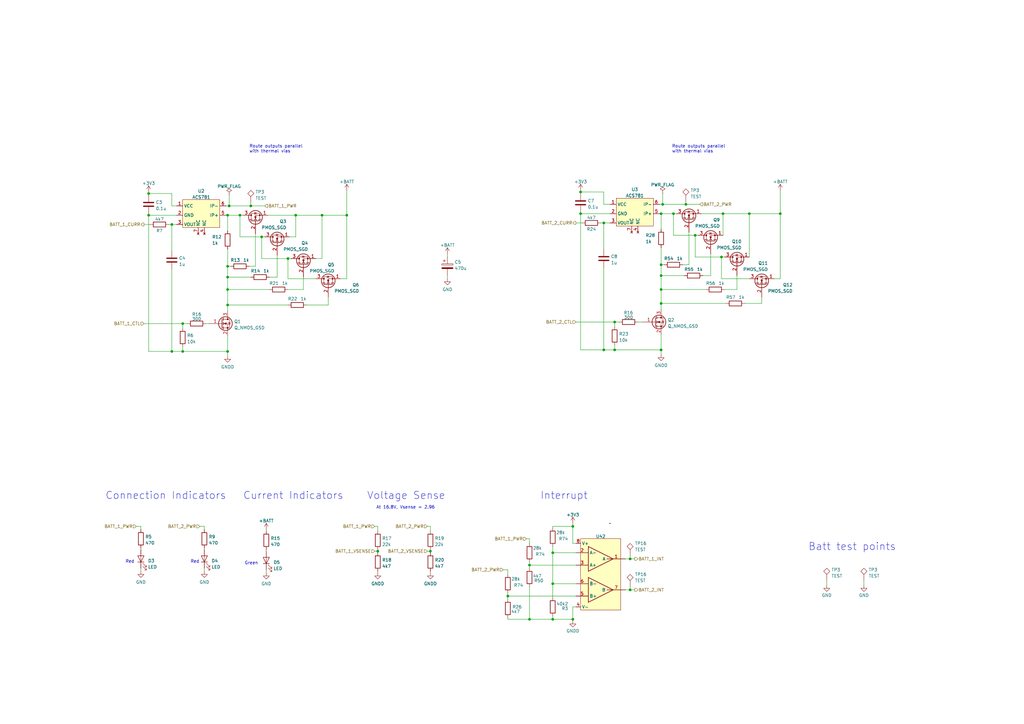
<source format=kicad_sch>
(kicad_sch (version 20230121) (generator eeschema)
  (paper "A3")
  (lib_symbols
    (symbol "0.power-symbols:+3.3V" (power) (pin_names (offset 0))
      (property "Value" "+3.3V" (at 0 3.556 0))
      (symbol "+3.3V_0_1"
        (polyline (pts (xy -0.762 1.27) (xy 0 2.54)))
        (polyline (pts (xy 0 0) (xy 0 2.54)))
        (polyline (pts (xy 0 2.54) (xy 0.762 1.27)))
      )
      (symbol "+3.3V_1_1"
        (pin power_in line (at 0 0 90) (length 0) hide (name "+3V3") (number "1"))
      )
    )
    (symbol "0.power-symbols:+BATT" (power) (pin_names (offset 0))
      (property "Value" "+BATT" (at 0 3.556 0))
      (symbol "+BATT_0_1"
        (polyline (pts (xy -0.762 1.27) (xy 0 2.54)))
        (polyline (pts (xy 0 0) (xy 0 2.54)))
        (polyline (pts (xy 0 2.54) (xy 0.762 1.27)))
      )
      (symbol "+BATT_1_1"
        (pin power_in line (at 0 0 90) (length 0) hide (name "+BATT") (number "1"))
      )
    )
    (symbol "0.power-symbols:GND" (power) (pin_names (offset 0))
      (property "Value" "GND" (at 0 -3.81 0))
      (symbol "GND_0_1"
        (polyline (pts (xy 0 0) (xy 0 -1.27) (xy 1.27 -1.27) (xy 0 -2.54) (xy -1.27 -1.27) (xy 0 -1.27)))
      )
      (symbol "GND_1_1"
        (pin power_in line (at 0 0 270) (length 0) hide (name "GND") (number "1"))
      )
    )
    (symbol "0.power-symbols:GNDD" (power) (pin_names (offset 0))
      (property "Value" "GNDD" (at 0 -3.81 0))
      (symbol "GNDD_0_1"
        (polyline (pts (xy 0 0) (xy 0 -1.27) (xy 1.27 -1.27) (xy 0 -2.54) (xy -1.27 -1.27) (xy 0 -1.27)))
      )
      (symbol "GNDD_1_1"
        (pin power_in line (at 0 0 270) (length 0) hide (name "GNDD") (number "1"))
      )
    )
    (symbol "0.power-symbols:PWR_FLAG" (power) (pin_numbers hide) (pin_names (offset 0) hide)
      (property "Value" "PWR_FLAG" (at 0 3.81 0))
      (symbol "PWR_FLAG_0_0"
        (pin power_out line (at 0 0 90) (length 0) (name "pwr") (number "1"))
      )
      (symbol "PWR_FLAG_0_1"
        (polyline (pts (xy 0 0) (xy 0 1.27) (xy -1.016 1.905) (xy 0 2.54) (xy 1.016 1.905) (xy 0 1.27)))
      )
    )
    (symbol "1.semi.discrete:Q_NMOS_GSD" (pin_names (offset 0) hide)
      (property "Reference" "Q" (at 5.08 1.27 0))
      (property "Value" "Q_NMOS_GSD" (at 5.08 -1.27 0))
      (symbol "Q_NMOS_GSD_0_1"
        (polyline (pts (xy 0.0508 0) (xy 0.254 0)))
        (polyline (pts (xy 0.762 -1.778) (xy 2.54 -1.778)))
        (polyline (pts (xy 0.762 -1.27) (xy 0.762 -2.286)) (stroke (width 0.254)))
        (polyline (pts (xy 0.762 0) (xy 2.54 0)))
        (polyline (pts (xy 0.762 0.508) (xy 0.762 -0.508)) (stroke (width 0.254)))
        (polyline (pts (xy 0.762 1.778) (xy 2.54 1.778)))
        (polyline (pts (xy 0.762 2.286) (xy 0.762 1.27)) (stroke (width 0.254)))
        (polyline (pts (xy 2.54 -1.778) (xy 2.54 -2.54)))
        (polyline (pts (xy 2.54 -1.778) (xy 2.54 0)))
        (polyline (pts (xy 2.54 2.54) (xy 2.54 1.778)))
        (polyline (pts (xy 0.254 1.905) (xy 0.254 -1.905) (xy 0.254 -1.905)) (stroke (width 0.254)))
        (polyline (pts (xy 1.016 0) (xy 2.032 0.381) (xy 2.032 -0.381) (xy 1.016 0)) (fill (type outline)))
        (polyline (pts (xy 2.54 -1.778) (xy 3.302 -1.778) (xy 3.302 1.778) (xy 2.54 1.778)))
        (polyline (pts (xy 2.794 0.508) (xy 2.921 0.381) (xy 3.683 0.381) (xy 3.81 0.254)))
        (polyline (pts (xy 3.302 0.381) (xy 2.921 -0.254) (xy 3.683 -0.254) (xy 3.302 0.381)))
        (circle (center 1.651 0) (radius 2.8194) (stroke (width 0.254)))
        (circle (center 2.54 -1.778) (radius 0.2794) (fill (type outline)))
        (circle (center 2.54 1.778) (radius 0.2794) (fill (type outline)))
      )
      (symbol "Q_NMOS_GSD_1_1"
        (pin input line (at -5.08 0 0) (length 5.08) (name "G") (number "1"))
        (pin passive line (at 2.54 -5.08 90) (length 2.54) (name "S") (number "2"))
        (pin passive line (at 2.54 5.08 270) (length 2.54) (name "D") (number "3"))
      )
    )
    (symbol "1.semi.discrete:Q_NMOS_SGD" (pin_names (offset 0) hide)
      (property "Reference" "Q" (at 5.08 1.27 0))
      (property "Value" "Q_NMOS_SGD" (at 5.08 -1.27 0))
      (symbol "Q_NMOS_SGD_0_1"
        (polyline (pts (xy 0.0508 0) (xy 0.254 0)))
        (polyline (pts (xy 0.762 -1.778) (xy 2.54 -1.778)))
        (polyline (pts (xy 0.762 -1.27) (xy 0.762 -2.286)) (stroke (width 0.254)))
        (polyline (pts (xy 0.762 0) (xy 2.54 0)))
        (polyline (pts (xy 0.762 0.508) (xy 0.762 -0.508)) (stroke (width 0.254)))
        (polyline (pts (xy 0.762 1.778) (xy 2.54 1.778)))
        (polyline (pts (xy 0.762 2.286) (xy 0.762 1.27)) (stroke (width 0.254)))
        (polyline (pts (xy 2.54 -1.778) (xy 2.54 -2.54)))
        (polyline (pts (xy 2.54 -1.778) (xy 2.54 0)))
        (polyline (pts (xy 2.54 2.54) (xy 2.54 1.778)))
        (polyline (pts (xy 0.254 1.905) (xy 0.254 -1.905) (xy 0.254 -1.905)) (stroke (width 0.254)))
        (polyline (pts (xy 1.016 0) (xy 2.032 0.381) (xy 2.032 -0.381) (xy 1.016 0)) (fill (type outline)))
        (polyline (pts (xy 2.54 -1.778) (xy 3.302 -1.778) (xy 3.302 1.778) (xy 2.54 1.778)))
        (polyline (pts (xy 2.794 0.508) (xy 2.921 0.381) (xy 3.683 0.381) (xy 3.81 0.254)))
        (polyline (pts (xy 3.302 0.381) (xy 2.921 -0.254) (xy 3.683 -0.254) (xy 3.302 0.381)))
        (circle (center 1.651 0) (radius 2.8194) (stroke (width 0.254)))
        (circle (center 2.54 -1.778) (radius 0.2794) (fill (type outline)))
        (circle (center 2.54 1.778) (radius 0.2794) (fill (type outline)))
      )
      (symbol "Q_NMOS_SGD_1_1"
        (pin passive line (at 2.54 -5.08 90) (length 2.54) (name "S") (number "1"))
        (pin input line (at -5.08 0 0) (length 5.08) (name "G") (number "2"))
        (pin passive line (at 2.54 5.08 270) (length 2.54) (name "D") (number "3"))
      )
    )
    (symbol "1.semi.ic.linear:LM393"
      (property "Reference" "U" (at 0 12.7 0))
      (symbol "LM393_0_1"
        (polyline (pts (xy -8.89 -9.525) (xy 1.27 -14.605) (xy -8.89 -19.685) (xy -8.89 -9.525)) (stroke (width 0.254)) (fill (type background)))
        (polyline (pts (xy -8.89 3.175) (xy 1.27 -1.905) (xy -8.89 -6.985) (xy -8.89 3.175)) (stroke (width 0.254)) (fill (type background)))
      )
      (symbol "LM393_1_1"
        (rectangle (start -12.065 6.35) (end 4.445 -22.86) (fill (type background)))
        (pin output line (at 6.35 -1.905 180) (length 7.64) (name "A") (number "1"))
        (pin input line (at -13.97 0.635 0) (length 5.08) (name "A-") (number "2"))
        (pin input line (at -13.97 -4.445 0) (length 5.08) (name "A+") (number "3"))
        (pin input line (at -13.97 -21.59 0) (length 1.905) (name "V-") (number "4"))
        (pin input line (at -13.97 -17.145 0) (length 5.08) (name "B+") (number "5"))
        (pin input line (at -13.97 -12.065 0) (length 5.08) (name "B-") (number "6"))
        (pin output line (at 6.35 -14.605 180) (length 7.64) (name "B") (number "7"))
        (pin input line (at -13.97 4.445 0) (length 1.905) (name "V+") (number "8"))
      )
    )
    (symbol "1.semi.opto:LED" (pin_numbers hide) (pin_names (offset 1.016) hide)
      (property "Reference" "D" (at 0 2.54 0))
      (property "Value" "LED" (at 0 -2.54 0))
      (symbol "LED_0_1"
        (polyline (pts (xy -1.27 -1.27) (xy -1.27 1.27)) (stroke (width 0.2032)))
        (polyline (pts (xy -1.27 0) (xy 1.27 0)))
        (polyline (pts (xy 1.27 -1.27) (xy 1.27 1.27) (xy -1.27 0) (xy 1.27 -1.27)) (stroke (width 0.2032)))
        (polyline (pts (xy -3.048 -0.762) (xy -4.572 -2.286) (xy -3.81 -2.286) (xy -4.572 -2.286) (xy -4.572 -1.524)))
        (polyline (pts (xy -1.778 -0.762) (xy -3.302 -2.286) (xy -2.54 -2.286) (xy -3.302 -2.286) (xy -3.302 -1.524)))
      )
      (symbol "LED_1_1"
        (pin passive line (at -3.81 0 0) (length 2.54) (name "K") (number "1"))
        (pin passive line (at 3.81 0 180) (length 2.54) (name "A") (number "2"))
      )
    )
    (symbol "2.passive:C" (pin_numbers hide) (pin_names (offset 0.254))
      (property "Reference" "C" (at 0.635 2.54 0))
      (property "Value" "C" (at 0.635 -2.54 0))
      (symbol "C_0_1"
        (polyline (pts (xy -2.032 -0.762) (xy 2.032 -0.762)) (stroke (width 0.508)))
        (polyline (pts (xy -2.032 0.762) (xy 2.032 0.762)) (stroke (width 0.508)))
      )
      (symbol "C_1_1"
        (pin passive line (at 0 3.81 270) (length 2.794) (name "~") (number "1"))
        (pin passive line (at 0 -3.81 90) (length 2.794) (name "~") (number "2"))
      )
    )
    (symbol "2.passive:CP" (pin_numbers hide) (pin_names (offset 0.254))
      (property "Reference" "C" (at 0.635 2.54 0))
      (property "Value" "CP" (at 0.635 -2.54 0))
      (symbol "CP_0_1"
        (rectangle (start -2.286 0.508) (end 2.286 1.016))
        (polyline (pts (xy -1.778 2.286) (xy -0.762 2.286)))
        (polyline (pts (xy -1.27 2.794) (xy -1.27 1.778)))
        (rectangle (start 2.286 -0.508) (end -2.286 -1.016) (fill (type outline)))
      )
      (symbol "CP_1_1"
        (pin passive line (at 0 3.81 270) (length 2.794) (name "~") (number "1"))
        (pin passive line (at 0 -3.81 90) (length 2.794) (name "~") (number "2"))
      )
    )
    (symbol "2.passive:R" (pin_numbers hide) (pin_names (offset 0))
      (property "Reference" "R" (at 2.032 0 90))
      (property "Value" "R" (at 0 0 90))
      (symbol "R_0_1"
        (rectangle (start -1.016 -2.54) (end 1.016 2.54) (stroke (width 0.254)))
      )
      (symbol "R_1_1"
        (pin passive line (at 0 3.81 270) (length 1.27) (name "~") (number "1"))
        (pin passive line (at 0 -3.81 90) (length 1.27) (name "~") (number "2"))
      )
    )
    (symbol "5.connector.interconnect:TEST" (pin_numbers hide) (pin_names (offset 1.016) hide)
      (property "Reference" "TP" (at 0 7.62 0))
      (property "Value" "TEST" (at 0 6.35 0))
      (symbol "TEST_0_1"
        (polyline (pts (xy 0 5.08) (xy -1.27 3.81) (xy 0 2.54) (xy 1.27 3.81) (xy 0 5.08) (xy 0 5.08)))
      )
      (symbol "TEST_1_1"
        (pin passive line (at 0 0 90) (length 2.54) (name "~") (number "1"))
      )
    )
    (symbol "ACS781_1"
      (property "Reference" "U" (at 0 3.81 0))
      (property "Value" "ACS781_1" (at 0 1.27 0))
      (symbol "ACS781_1_0_1"
        (rectangle (start -7.62 0) (end 7.62 -11.43) (fill (type background)))
      )
      (symbol "ACS781_1_1_1"
        (pin power_in line (at -10.16 -2.54 0) (length 2.54) (name "VCC") (number "1"))
        (pin power_in line (at -10.16 -6.35 0) (length 2.54) (name "GND") (number "2"))
        (pin passive line (at -10.16 -10.16 0) (length 2.54) (name "VOUT") (number "3"))
        (pin no_connect line (at 1.27 -13.97 90) (length 2.54) (name "NC") (number "4"))
        (pin power_out line (at 10.16 -6.35 180) (length 2.54) (name "IP+") (number "5"))
        (pin power_in line (at 10.16 -2.54 180) (length 2.54) (name "IP-") (number "6"))
        (pin no_connect line (at -1.27 -13.97 90) (length 2.54) (name "NC") (number "7"))
      )
    )
  )
  (junction (at 121.285 88.265))
  (junction (at 307.34 87.63))
  (junction (at 217.17 231.775))
  (junction (at 238.125 78.74))
  (junction (at 60.96 79.375))
  (junction (at 296.545 87.63))
  (junction (at 271.145 87.63))
  (junction (at 320.04 87.63))
  (junction (at 60.96 88.265))
  (junction (at 70.485 144.145))
  (junction (at 107.315 97.155))
  (junction (at 176.53 226.06))
  (junction (at 271.145 108.585))
  (junction (at 252.095 132.08))
  (junction (at 208.28 244.475))
  (junction (at 226.695 226.695))
  (junction (at 93.345 113.665))
  (junction (at 132.08 88.265))
  (junction (at 247.65 91.44))
  (junction (at 98.425 88.265))
  (junction (at 93.345 118.745))
  (junction (at 271.145 124.46))
  (junction (at 118.11 106.045))
  (junction (at 226.695 254))
  (junction (at 217.17 254))
  (junction (at 271.145 113.03))
  (junction (at 154.94 226.06))
  (junction (at 234.95 254))
  (junction (at 258.445 241.935))
  (junction (at 93.345 109.22))
  (junction (at 271.145 143.51))
  (junction (at 93.345 88.265))
  (junction (at 276.225 87.63))
  (junction (at 258.445 229.235))
  (junction (at 252.095 143.51))
  (junction (at 247.65 143.51))
  (junction (at 70.485 92.075))
  (junction (at 93.98 84.455))
  (junction (at 295.91 105.41))
  (junction (at 74.93 144.145))
  (junction (at 226.695 239.395))
  (junction (at 285.115 96.52))
  (junction (at 234.95 215.9))
  (junction (at 93.345 125.095))
  (junction (at 74.93 132.715))
  (junction (at 102.87 84.455))
  (junction (at 142.24 88.265))
  (junction (at 271.78 83.82))
  (junction (at 93.345 144.145))
  (junction (at 271.145 118.745))
  (junction (at 281.305 83.82))
  (junction (at 238.125 87.63))
  (wire (pts (xy 176.53 225.425) (xy 176.53 226.06)))
  (wire (pts (xy 226.695 224.155) (xy 226.695 226.695)))
  (wire (pts (xy 93.345 102.235) (xy 93.345 109.22)))
  (wire (pts (xy 247.65 78.74) (xy 238.125 78.74)))
  (wire (pts (xy 282.575 108.585) (xy 282.575 95.25)))
  (wire (pts (xy 226.695 254) (xy 234.95 254)))
  (wire (pts (xy 92.71 84.455) (xy 93.98 84.455)))
  (wire (pts (xy 124.46 113.665) (xy 124.46 118.745)))
  (wire (pts (xy 93.345 144.145) (xy 93.345 146.05)))
  (wire (pts (xy 57.785 224.79) (xy 57.785 225.425)))
  (wire (pts (xy 226.695 226.695) (xy 236.22 226.695)))
  (wire (pts (xy 107.315 97.155) (xy 108.585 97.155)))
  (wire (pts (xy 280.035 108.585) (xy 282.575 108.585)))
  (wire (pts (xy 258.445 241.935) (xy 260.35 241.935)))
  (wire (pts (xy 132.08 88.265) (xy 142.24 88.265)))
  (wire (pts (xy 92.71 88.265) (xy 93.345 88.265)))
  (wire (pts (xy 236.22 132.08) (xy 252.095 132.08)))
  (wire (pts (xy 226.695 252.73) (xy 226.695 254)))
  (wire (pts (xy 60.96 79.375) (xy 60.96 80.01)))
  (wire (pts (xy 258.445 240.665) (xy 258.445 241.935)))
  (wire (pts (xy 236.22 222.885) (xy 234.95 222.885)))
  (wire (pts (xy 256.54 241.935) (xy 258.445 241.935)))
  (wire (pts (xy 217.17 231.775) (xy 217.17 233.045)))
  (wire (pts (xy 307.34 87.63) (xy 320.04 87.63)))
  (wire (pts (xy 60.96 87.63) (xy 60.96 88.265)))
  (wire (pts (xy 57.785 215.9) (xy 55.88 215.9)))
  (wire (pts (xy 93.345 118.745) (xy 110.49 118.745)))
  (wire (pts (xy 109.22 225.425) (xy 109.22 226.06)))
  (wire (pts (xy 234.95 248.92) (xy 234.95 254)))
  (wire (pts (xy 271.145 87.63) (xy 271.145 93.98)))
  (wire (pts (xy 296.545 87.63) (xy 307.34 87.63)))
  (wire (pts (xy 234.95 254.635) (xy 234.95 254)))
  (wire (pts (xy 247.65 91.44) (xy 247.65 102.235)))
  (wire (pts (xy 154.94 225.425) (xy 154.94 226.06)))
  (wire (pts (xy 183.515 113.03) (xy 183.515 114.3)))
  (wire (pts (xy 70.485 110.49) (xy 70.485 144.145)))
  (wire (pts (xy 261.62 132.08) (xy 263.525 132.08)))
  (wire (pts (xy 271.145 113.03) (xy 271.145 118.745)))
  (wire (pts (xy 142.24 114.3) (xy 142.24 88.265)))
  (wire (pts (xy 57.785 233.045) (xy 57.785 234.315)))
  (wire (pts (xy 238.125 87.63) (xy 250.19 87.63)))
  (wire (pts (xy 70.485 79.375) (xy 70.485 84.455)))
  (wire (pts (xy 70.485 79.375) (xy 60.96 79.375)))
  (wire (pts (xy 118.11 106.045) (xy 107.315 106.045)))
  (wire (pts (xy 208.28 254) (xy 217.17 254)))
  (wire (pts (xy 271.145 124.46) (xy 297.815 124.46)))
  (wire (pts (xy 107.315 97.155) (xy 98.425 97.155)))
  (wire (pts (xy 281.305 83.82) (xy 287.02 83.82)))
  (wire (pts (xy 252.095 141.605) (xy 252.095 143.51)))
  (wire (pts (xy 226.695 226.695) (xy 226.695 239.395)))
  (wire (pts (xy 183.515 104.14) (xy 183.515 105.41)))
  (wire (pts (xy 102.235 109.22) (xy 104.775 109.22)))
  (wire (pts (xy 139.7 114.3) (xy 142.24 114.3)))
  (wire (pts (xy 312.42 124.46) (xy 305.435 124.46)))
  (wire (pts (xy 142.24 78.105) (xy 142.24 88.265)))
  (wire (pts (xy 297.18 105.41) (xy 295.91 105.41)))
  (wire (pts (xy 271.145 108.585) (xy 271.145 113.03)))
  (wire (pts (xy 215.9 220.98) (xy 217.17 220.98)))
  (wire (pts (xy 119.38 106.045) (xy 118.11 106.045)))
  (wire (pts (xy 302.26 113.03) (xy 302.26 118.745)))
  (wire (pts (xy 295.91 114.3) (xy 307.34 114.3)))
  (wire (pts (xy 98.425 88.265) (xy 99.695 88.265)))
  (wire (pts (xy 176.53 226.06) (xy 176.53 226.695)))
  (wire (pts (xy 252.095 132.08) (xy 254 132.08)))
  (wire (pts (xy 74.93 132.715) (xy 74.93 134.62)))
  (wire (pts (xy 132.08 88.265) (xy 132.08 106.045)))
  (wire (pts (xy 93.345 88.265) (xy 98.425 88.265)))
  (wire (pts (xy 60.96 88.265) (xy 60.96 144.145)))
  (wire (pts (xy 285.115 96.52) (xy 276.225 96.52)))
  (wire (pts (xy 271.145 108.585) (xy 272.415 108.585)))
  (wire (pts (xy 271.145 137.16) (xy 271.145 143.51)))
  (wire (pts (xy 83.82 215.9) (xy 81.915 215.9)))
  (wire (pts (xy 98.425 97.155) (xy 98.425 88.265)))
  (wire (pts (xy 109.22 233.68) (xy 109.22 234.95)))
  (wire (pts (xy 107.315 106.045) (xy 107.315 97.155)))
  (wire (pts (xy 271.145 101.6) (xy 271.145 108.585)))
  (wire (pts (xy 281.305 82.55) (xy 281.305 83.82)))
  (wire (pts (xy 121.285 88.265) (xy 132.08 88.265)))
  (wire (pts (xy 113.665 113.665) (xy 110.49 113.665)))
  (wire (pts (xy 217.17 230.505) (xy 217.17 231.775)))
  (wire (pts (xy 93.345 125.095) (xy 118.11 125.095)))
  (wire (pts (xy 295.91 105.41) (xy 285.115 105.41)))
  (wire (pts (xy 291.465 113.03) (xy 288.29 113.03)))
  (wire (pts (xy 60.96 88.265) (xy 72.39 88.265)))
  (wire (pts (xy 234.95 248.92) (xy 236.22 248.92)))
  (wire (pts (xy 60.96 78.74) (xy 60.96 79.375)))
  (wire (pts (xy 271.145 87.63) (xy 276.225 87.63)))
  (wire (pts (xy 271.145 118.745) (xy 271.145 124.46)))
  (wire (pts (xy 307.34 87.63) (xy 307.34 105.41)))
  (wire (pts (xy 176.53 215.9) (xy 176.53 217.805)))
  (wire (pts (xy 93.98 80.01) (xy 93.98 84.455)))
  (wire (pts (xy 252.095 143.51) (xy 271.145 143.51)))
  (wire (pts (xy 102.87 84.455) (xy 108.585 84.455)))
  (wire (pts (xy 258.445 227.965) (xy 258.445 229.235)))
  (wire (pts (xy 208.28 254) (xy 208.28 253.365)))
  (wire (pts (xy 271.78 83.82) (xy 281.305 83.82)))
  (wire (pts (xy 234.95 215.9) (xy 234.95 222.885)))
  (wire (pts (xy 132.08 106.045) (xy 129.54 106.045)))
  (wire (pts (xy 134.62 121.92) (xy 134.62 125.095)))
  (wire (pts (xy 252.095 132.08) (xy 252.095 133.985)))
  (wire (pts (xy 118.11 114.3) (xy 129.54 114.3)))
  (wire (pts (xy 217.17 254) (xy 226.695 254)))
  (wire (pts (xy 102.87 83.185) (xy 102.87 84.455)))
  (wire (pts (xy 270.51 83.82) (xy 271.78 83.82)))
  (wire (pts (xy 121.285 88.265) (xy 121.285 97.155)))
  (wire (pts (xy 93.345 113.665) (xy 93.345 118.745)))
  (wire (pts (xy 271.78 79.375) (xy 271.78 83.82)))
  (wire (pts (xy 247.65 78.74) (xy 247.65 83.82)))
  (wire (pts (xy 291.465 104.14) (xy 291.465 113.03)))
  (wire (pts (xy 247.65 83.82) (xy 250.19 83.82)))
  (wire (pts (xy 154.94 215.9) (xy 154.94 217.805)))
  (wire (pts (xy 339.09 238.125) (xy 339.09 240.03)))
  (wire (pts (xy 118.11 114.3) (xy 118.11 106.045)))
  (wire (pts (xy 93.345 109.22) (xy 94.615 109.22)))
  (wire (pts (xy 74.93 132.715) (xy 76.835 132.715)))
  (wire (pts (xy 217.17 220.98) (xy 217.17 222.885)))
  (wire (pts (xy 125.73 125.095) (xy 134.62 125.095)))
  (wire (pts (xy 176.53 234.315) (xy 176.53 234.95)))
  (wire (pts (xy 154.94 234.315) (xy 154.94 234.95)))
  (wire (pts (xy 153.67 226.06) (xy 154.94 226.06)))
  (wire (pts (xy 217.17 231.775) (xy 236.22 231.775)))
  (wire (pts (xy 121.285 97.155) (xy 118.745 97.155)))
  (wire (pts (xy 83.82 217.17) (xy 83.82 215.9)))
  (wire (pts (xy 93.345 113.665) (xy 102.87 113.665)))
  (wire (pts (xy 317.5 114.3) (xy 320.04 114.3)))
  (wire (pts (xy 276.225 96.52) (xy 276.225 87.63)))
  (wire (pts (xy 118.11 118.745) (xy 124.46 118.745)))
  (wire (pts (xy 270.51 87.63) (xy 271.145 87.63)))
  (wire (pts (xy 258.445 229.235) (xy 260.35 229.235)))
  (wire (pts (xy 226.695 215.9) (xy 234.95 215.9)))
  (wire (pts (xy 234.95 215.9) (xy 234.95 214.63)))
  (wire (pts (xy 238.125 78.74) (xy 238.125 79.375)))
  (wire (pts (xy 59.055 132.715) (xy 74.93 132.715)))
  (wire (pts (xy 154.94 226.06) (xy 154.94 226.695)))
  (wire (pts (xy 238.125 87.63) (xy 238.125 143.51)))
  (wire (pts (xy 271.145 143.51) (xy 271.145 145.415)))
  (wire (pts (xy 70.485 92.075) (xy 72.39 92.075)))
  (wire (pts (xy 74.93 144.145) (xy 93.345 144.145)))
  (wire (pts (xy 57.785 217.17) (xy 57.785 215.9)))
  (wire (pts (xy 93.345 125.095) (xy 93.345 127.635)))
  (wire (pts (xy 238.125 143.51) (xy 247.65 143.51)))
  (wire (pts (xy 271.145 124.46) (xy 271.145 127)))
  (wire (pts (xy 109.22 217.805) (xy 109.22 217.17)))
  (wire (pts (xy 238.125 86.995) (xy 238.125 87.63)))
  (wire (pts (xy 226.695 239.395) (xy 226.695 245.11)))
  (wire (pts (xy 276.225 87.63) (xy 277.495 87.63)))
  (wire (pts (xy 70.485 92.075) (xy 70.485 102.87)))
  (wire (pts (xy 59.055 92.075) (xy 61.595 92.075)))
  (wire (pts (xy 285.115 105.41) (xy 285.115 96.52)))
  (wire (pts (xy 208.28 243.205) (xy 208.28 244.475)))
  (wire (pts (xy 176.53 215.9) (xy 175.26 215.9)))
  (wire (pts (xy 109.855 88.265) (xy 121.285 88.265)))
  (wire (pts (xy 83.82 224.79) (xy 83.82 225.425)))
  (wire (pts (xy 93.345 109.22) (xy 93.345 113.665)))
  (wire (pts (xy 295.91 114.3) (xy 295.91 105.41)))
  (wire (pts (xy 238.125 78.105) (xy 238.125 78.74)))
  (wire (pts (xy 208.28 244.475) (xy 208.28 245.745)))
  (wire (pts (xy 297.18 118.745) (xy 302.26 118.745)))
  (wire (pts (xy 247.65 91.44) (xy 250.19 91.44)))
  (wire (pts (xy 74.93 142.24) (xy 74.93 144.145)))
  (wire (pts (xy 252.095 143.51) (xy 247.65 143.51)))
  (wire (pts (xy 226.695 215.9) (xy 226.695 216.535)))
  (wire (pts (xy 93.98 84.455) (xy 102.87 84.455)))
  (wire (pts (xy 271.145 118.745) (xy 289.56 118.745)))
  (wire (pts (xy 320.04 78.105) (xy 320.04 87.63)))
  (wire (pts (xy 271.145 113.03) (xy 280.67 113.03)))
  (wire (pts (xy 154.94 215.9) (xy 153.67 215.9)))
  (wire (pts (xy 93.345 137.795) (xy 93.345 144.145)))
  (wire (pts (xy 60.96 144.145) (xy 70.485 144.145)))
  (wire (pts (xy 104.775 109.22) (xy 104.775 95.885)))
  (wire (pts (xy 93.345 88.265) (xy 93.345 94.615)))
  (wire (pts (xy 113.665 104.775) (xy 113.665 113.665)))
  (wire (pts (xy 84.455 132.715) (xy 85.725 132.715)))
  (wire (pts (xy 320.04 114.3) (xy 320.04 87.63)))
  (wire (pts (xy 206.375 233.68) (xy 208.28 233.68)))
  (wire (pts (xy 296.545 87.63) (xy 296.545 96.52)))
  (wire (pts (xy 208.28 244.475) (xy 236.22 244.475)))
  (wire (pts (xy 312.42 121.92) (xy 312.42 124.46)))
  (wire (pts (xy 287.655 87.63) (xy 296.545 87.63)))
  (wire (pts (xy 70.485 144.145) (xy 74.93 144.145)))
  (wire (pts (xy 285.115 96.52) (xy 286.385 96.52)))
  (wire (pts (xy 83.82 233.045) (xy 83.82 234.315)))
  (wire (pts (xy 93.345 118.745) (xy 93.345 125.095)))
  (wire (pts (xy 69.215 92.075) (xy 70.485 92.075)))
  (wire (pts (xy 175.26 226.06) (xy 176.53 226.06)))
  (wire (pts (xy 256.54 229.235) (xy 258.445 229.235)))
  (wire (pts (xy 354.33 238.125) (xy 354.33 240.03)))
  (wire (pts (xy 208.28 233.68) (xy 208.28 235.585)))
  (wire (pts (xy 236.22 91.44) (xy 238.76 91.44)))
  (wire (pts (xy 246.38 91.44) (xy 247.65 91.44)))
  (wire (pts (xy 217.17 240.665) (xy 217.17 254)))
  (wire (pts (xy 247.65 109.855) (xy 247.65 143.51)))
  (wire (pts (xy 70.485 84.455) (xy 72.39 84.455)))
  (wire (pts (xy 226.695 239.395) (xy 236.22 239.395)))
  (text "Batt test points" (at 331.47 226.06 0) (effects (font (size 3 3)) (justify left bottom)))
  (text "Connection Indicators\n" (at 43.18 205.105 0) (effects (font (size 3 3)) (justify left bottom)))
  (text "Red" (at 51.435 231.14 0) (effects (font (size 1.27 1.27)) (justify left bottom)))
  (text "Route outputs parallel\nwith thermal vias" (at 275.59 62.865 0) (effects (font (size 1.27 1.27)) (justify left bottom)))
  (text "Voltage Sense" (at 150.495 205.105 0) (effects (font (size 3 3)) (justify left bottom)))
  (text "Green\n" (at 100.33 231.775 0) (effects (font (size 1.27 1.27)) (justify left bottom)))
  (text "Interrupt" (at 221.615 205.105 0) (effects (font (size 3 3)) (justify left bottom)))
  (text "Current Indicators\n" (at 99.695 205.105 0) (effects (font (size 3 3)) (justify left bottom)))
  (text "Red" (at 78.105 231.14 0) (effects (font (size 1.27 1.27)) (justify left bottom)))
  (text "Route outputs parallel\nwith thermal vias" (at 102.235 62.865 0) (effects (font (size 1.27 1.27)) (justify left bottom)))
  (text "At 16.8V, Vsense = 2.96\n" (at 154.305 208.915 0) (effects (font (size 1.27 1.27)) (justify left bottom)))
  (hierarchical_label "BATT_2_PWR" (shape input) (at 175.26 215.9 180))
  (hierarchical_label "BATT_2_VSENSE" (shape input) (at 175.26 226.06 180))
  (hierarchical_label "BATT_2_CURR" (shape output) (at 236.22 91.44 180))
  (hierarchical_label "BATT_2_CTL" (shape input) (at 236.22 132.08 180))
  (hierarchical_label "BATT_1_INT" (shape output) (at 260.35 229.235 0))
  (hierarchical_label "BATT_1_VSENSE" (shape input) (at 153.67 226.06 180))
  (hierarchical_label "BATT_1_PWR" (shape input) (at 153.67 215.9 180))
  (hierarchical_label "BATT_2_PWR" (shape input) (at 81.915 215.9 180))
  (hierarchical_label "BATT_1_CURR" (shape output) (at 59.055 92.075 180))
  (hierarchical_label "BATT_1_PWR" (shape input) (at 215.9 220.98 180))
  (hierarchical_label "BATT_1_CTL" (shape input) (at 59.055 132.715 180))
  (hierarchical_label "BATT_2_INT" (shape output) (at 260.35 241.935 0))
  (hierarchical_label "BATT_2_PWR" (shape input) (at 287.02 83.82 0))
  (hierarchical_label "BATT_2_PWR" (shape input) (at 206.375 233.68 180))
  (hierarchical_label "BATT_1_PWR" (shape input) (at 55.88 215.9 180))
  (hierarchical_label "BATT_1_PWR" (shape input) (at 108.585 84.455 0))
  (symbol (lib_id "2.passive:R") (at 176.53 230.505 0) (unit 1)
    (property "Reference" "R20" (at 178.308 229.6703 0) (effects (justify left)))
    (property "Value" "4k7" (at 178.308 232.2072 0) (effects (justify left)))
    (property "Footprint" "2_Passives_Resistors_SMD_IPC:R_1608_603_B" (effects hide))
    (property "PN" "1,6" (effects hide))
  )
  (symbol (lib_id "0.power-symbols:GND") (at 354.33 240.03 0) (unit 1)
    (property "Reference" "#PWR087" (effects hide))
    (property "Value" "GND" (at 354.33 244.1655 0))
  )
  (symbol (lib_id "2.passive:R") (at 242.57 91.44 90) (unit 1)
    (property "Reference" "R24" (at 242.57 93.98 90))
    (property "Value" "4k7" (at 242.57 89.2611 90))
    (property "Footprint" "2_Passives_Resistors_SMD_IPC:R_1608_603_B" (effects hide))
    (property "PN" "1,6" (effects hide))
  )
  (symbol (lib_id "1.semi.discrete:Q_NMOS_SGD") (at 291.465 99.06 90) (unit 1)
    (property "Reference" "Q10" (at 304.165 99.06 90) (effects (justify left)))
    (property "Value" "PMOS_SGD" (at 304.165 101.5969 90) (effects (justify left)))
    (property "Footprint" "1_Semi_TO_SOT:VDFN-8" (effects hide))
    (property "Datasheet" "https://www.ti.com/lit/ds/symlink/csd25404q3.pdf?HQS=dis-dk-null-digikeymode-dsf-pf-null-wwe&ts=1673399419393&ref_url=https%253A%252F%252Fwww.ti.com%252Fgeneral%252Fdocs%252Fsuppproductinfo.tsp%253FdistId%253D10%2526gotoUrl%253Dhttps%253A%252F%252Fwww.ti.com%252Flit%252Fgpn%252Fcsd25404q3" (effects hide))
    (property "PN" "4,8" (effects hide))
  )
  (symbol (lib_id "2.passive:R") (at 121.92 125.095 270) (unit 1)
    (property "Reference" "R22" (at 120.015 122.555 90))
    (property "Value" "1k" (at 124.46 122.555 90))
    (property "Footprint" "2_Passives_Resistors_SMD_IPC:R_1608_603_B" (effects hide))
    (property "PN" "1,7" (effects hide))
  )
  (symbol (lib_id "2.passive:R") (at 65.405 92.075 90) (unit 1)
    (property "Reference" "R7" (at 65.405 94.615 90))
    (property "Value" "4k7" (at 65.405 89.8961 90))
    (property "Footprint" "2_Passives_Resistors_SMD_IPC:R_1608_603_B" (effects hide))
    (property "PN" "1,6" (effects hide))
  )
  (symbol (lib_id "1.semi.opto:LED") (at 57.785 229.235 90) (unit 1)
    (property "Reference" "D3" (at 60.706 230.0005 90) (effects (justify right)))
    (property "Value" "LED" (at 60.706 232.5374 90) (effects (justify right)))
    (property "Footprint" "1_Semi_Discrete_Diodes_SMD:D_0603" (effects hide))
    (property "PN" "3,3" (effects hide))
  )
  (symbol (lib_id "2.passive:C") (at 70.485 106.68 180) (unit 1)
    (property "Reference" "C4" (at 73.406 105.8453 0) (effects (justify right)))
    (property "Value" "1u" (at 73.406 108.3822 0) (effects (justify right)))
    (property "Footprint" "2_Passives_Capacitors_SMD_IPC:C_1608_603_B" (effects hide))
    (property "PN" "2,4" (effects hide))
  )
  (symbol (lib_id "0.power-symbols:PWR_FLAG") (at 271.78 79.375 0) (unit 1)
    (property "Reference" "#FLG07" (effects hide))
    (property "Value" "PWR_FLAG" (at 271.78 75.7992 0))
  )
  (symbol (lib_id "2.passive:R") (at 252.095 137.795 180) (unit 1)
    (property "Reference" "R23" (at 253.873 136.9603 0) (effects (justify right)))
    (property "Value" "10k" (at 253.873 139.4972 0) (effects (justify right)))
    (property "Footprint" "2_Passives_Resistors_SMD_IPC:R_1608_603_B" (effects hide))
    (property "PN" "1,5" (effects hide))
  )
  (symbol (lib_id "2.passive:R") (at 293.37 118.745 270) (unit 1)
    (property "Reference" "R56" (at 291.465 116.205 90))
    (property "Value" "1k" (at 295.91 116.205 90))
    (property "Footprint" "2_Passives_Resistors_SMD_IPC:R_1608_603_B" (effects hide))
    (property "PN" "1,7" (effects hide))
  )
  (symbol (lib_id "2.passive:R") (at 301.625 124.46 270) (unit 1)
    (property "Reference" "R57" (at 299.72 121.92 90))
    (property "Value" "1k" (at 304.165 121.92 90))
    (property "Footprint" "2_Passives_Resistors_SMD_IPC:R_1608_603_B" (effects hide))
    (property "PN" "1,7" (effects hide))
  )
  (symbol (lib_id "0.power-symbols:GND") (at 339.09 240.03 0) (unit 1)
    (property "Reference" "#PWR085" (effects hide))
    (property "Value" "GND" (at 339.09 244.1655 0))
  )
  (symbol (lib_id "2.passive:R") (at 98.425 109.22 270) (unit 1)
    (property "Reference" "R13" (at 96.52 106.68 90))
    (property "Value" "1k" (at 100.965 106.68 90))
    (property "Footprint" "2_Passives_Resistors_SMD_IPC:R_1608_603_B" (effects hide))
    (property "PN" "1,7" (effects hide))
  )
  (symbol (lib_id "2.passive:R") (at 226.695 220.345 180) (unit 1)
    (property "Reference" "R74" (at 233.045 220.98 0) (effects (justify left)))
    (property "Value" "28k" (at 231.775 218.44 0) (effects (justify left)))
    (property "Footprint" "2_Passives_Resistors_SMD_IPC:R_1608_603_B" (effects hide))
    (property "PN" "1,15" (effects hide))
    (instances (project "1.0" (path "" (reference "R74") (unit 1)) (path "" (reference "R96") (unit 1))))
  )
  (symbol (lib_id "0.power-symbols:GNDD") (at 154.94 234.95 0) (unit 1)
    (property "Reference" "#PWR034" (effects hide))
    (property "Value" "GNDD" (at 154.94 239.3934 0))
  )
  (symbol (lib_id "0.power-symbols:GNDD") (at 271.145 145.415 0) (unit 1)
    (property "Reference" "#PWR039" (effects hide))
    (property "Value" "GNDD" (at 271.145 149.8584 0))
  )
  (symbol (lib_id "2.passive:R") (at 217.17 226.695 180) (unit 1)
    (property "Reference" "R74" (at 223.52 227.33 0) (effects (justify left)))
    (property "Value" "28k" (at 222.25 224.79 0) (effects (justify left)))
    (property "Footprint" "2_Passives_Resistors_SMD_IPC:R_1608_603_B" (effects hide))
    (property "PN" "1,15" (effects hide))
    (instances (project "1.0" (path "" (reference "R74") (unit 1)) (path "" (reference "R27") (unit 1))))
  )
  (symbol (lib_id "2.passive:R") (at 217.17 236.855 0) (unit 1)
    (property "Reference" "R50" (at 220.98 238.125 0))
    (property "Value" "4k7" (at 220.345 236.22 0))
    (property "Footprint" "2_Passives_Resistors_SMD_IPC:R_1608_603_B" (effects hide))
    (property "PN" "1,6" (effects hide))
  )
  (symbol (lib_id "2.passive:R") (at 154.94 230.505 0) (unit 1)
    (property "Reference" "R18" (at 156.718 229.6703 0) (effects (justify left)))
    (property "Value" "4k7" (at 156.718 232.2072 0) (effects (justify left)))
    (property "Footprint" "2_Passives_Resistors_SMD_IPC:R_1608_603_B" (effects hide))
    (property "PN" "1,6" (effects hide))
  )
  (symbol (lib_id "1.semi.opto:LED") (at 83.82 229.235 90) (unit 1)
    (property "Reference" "D4" (at 86.741 230.0005 90) (effects (justify right)))
    (property "Value" "LED" (at 86.741 232.5374 90) (effects (justify right)))
    (property "Footprint" "1_Semi_Discrete_Diodes_SMD:D_0603" (effects hide))
    (property "PN" "3,3" (effects hide))
  )
  (symbol (lib_id "0.power-symbols:PWR_FLAG") (at 93.98 80.01 0) (unit 1)
    (property "Reference" "#FLG0102" (effects hide))
    (property "Value" "PWR_FLAG" (at 93.98 76.4342 0))
  )
  (symbol (lib_id "1.semi.discrete:Q_NMOS_SGD") (at 104.775 90.805 90) (unit 1)
    (property "Reference" "Q3" (at 117.475 90.8081 90) (effects (justify left)))
    (property "Value" "PMOS_SGD" (at 117.475 93.345 90) (effects (justify left)))
    (property "Footprint" "1_Semi_TO_SOT:VDFN-8" (effects hide))
    (property "Datasheet" "https://www.ti.com/lit/ds/symlink/csd25404q3.pdf?HQS=dis-dk-null-digikeymode-dsf-pf-null-wwe&ts=1673399419393&ref_url=https%253A%252F%252Fwww.ti.com%252Fgeneral%252Fdocs%252Fsuppproductinfo.tsp%253FdistId%253D10%2526gotoUrl%253Dhttps%253A%252F%252Fwww.ti.com%252Flit%252Fgpn%252Fcsd25404q3" (effects hide))
    (property "PN" "4,8" (effects hide))
  )
  (symbol (lib_id "1.semi.discrete:Q_NMOS_GSD") (at 90.805 132.715 0) (unit 1)
    (property "Reference" "Q1" (at 96.0374 131.8803 0) (effects (justify left)))
    (property "Value" "Q_NMOS_GSD" (at 96.0374 134.4172 0) (effects (justify left)))
    (property "Footprint" "1_Semi_TO_SOT:SOT-323FL" (effects hide))
    (property "PN" "4,11" (effects hide))
  )
  (symbol (lib_id "2.passive:R") (at 176.53 221.615 0) (unit 1)
    (property "Reference" "R19" (at 178.308 220.7803 0) (effects (justify left)))
    (property "Value" "22k" (at 178.308 223.3172 0) (effects (justify left)))
    (property "Footprint" "2_Passives_Resistors_SMD_IPC:R_1608_603_B" (effects hide))
    (property "PN" "1,4" (effects hide))
  )
  (symbol (lib_id "2.passive:R") (at 154.94 221.615 0) (unit 1)
    (property "Reference" "R17" (at 156.718 220.7803 0) (effects (justify left)))
    (property "Value" "22k" (at 156.718 223.3172 0) (effects (justify left)))
    (property "Footprint" "2_Passives_Resistors_SMD_IPC:R_1608_603_B" (effects hide))
    (property "PN" "1,4" (effects hide))
  )
  (symbol (lib_id "0.power-symbols:GND") (at 83.82 234.315 0) (unit 1)
    (property "Reference" "#PWR025" (effects hide))
    (property "Value" "GND" (at 83.82 238.7584 0))
  )
  (symbol (lib_name "ACS781_1") (lib_id "1.semi.ic.sensor:ACS781") (at 82.55 81.915 0) (unit 1)
    (property "Reference" "U2" (at 82.55 78.3422 0))
    (property "Value" "ACS781" (at 82.55 80.8791 0))
    (property "Footprint" "1_Semi_TO_SOT:7-LR-PSOF" (effects hide))
    (property "PN" "4,1" (effects hide))
  )
  (symbol (lib_id "1.semi.discrete:Q_NMOS_SGD") (at 124.46 108.585 90) (unit 1)
    (property "Reference" "Q5" (at 137.16 108.585 90) (effects (justify left)))
    (property "Value" "PMOS_SGD" (at 137.16 111.1219 90) (effects (justify left)))
    (property "Footprint" "1_Semi_TO_SOT:VDFN-8" (effects hide))
    (property "Datasheet" "https://www.ti.com/lit/ds/symlink/csd25404q3.pdf?HQS=dis-dk-null-digikeymode-dsf-pf-null-wwe&ts=1673399419393&ref_url=https%253A%252F%252Fwww.ti.com%252Fgeneral%252Fdocs%252Fsuppproductinfo.tsp%253FdistId%253D10%2526gotoUrl%253Dhttps%253A%252F%252Fwww.ti.com%252Flit%252Fgpn%252Fcsd25404q3" (effects hide))
    (property "PN" "4,8" (effects hide))
  )
  (symbol (lib_id "0.power-symbols:+BATT") (at 183.515 104.14 0) (unit 1)
    (property "Reference" "#PWR032" (effects hide))
    (property "Value" "+BATT" (at 183.515 100.5642 0))
  )
  (symbol (lib_id "2.passive:CP") (at 183.515 109.22 0) (unit 1)
    (property "Reference" "C5" (at 186.436 107.4963 0) (effects (justify left)))
    (property "Value" "470u" (at 186.436 110.0332 0) (effects (justify left)))
    (property "Footprint" "0_misc:THT_470uF_Cap" (effects hide))
    (property "Datasheet" "https://api.kemet.com/component-edge/download/datasheet/ESK477M025AH1AA.pdf" (effects hide))
    (property "PN" "2,1" (effects hide))
  )
  (symbol (lib_id "1.semi.discrete:Q_NMOS_SGD") (at 282.575 90.17 90) (unit 1)
    (property "Reference" "Q9" (at 295.275 90.1731 90) (effects (justify left)))
    (property "Value" "PMOS_SGD" (at 295.275 92.71 90) (effects (justify left)))
    (property "Footprint" "1_Semi_TO_SOT:VDFN-8" (effects hide))
    (property "Datasheet" "https://www.ti.com/lit/ds/symlink/csd25404q3.pdf?HQS=dis-dk-null-digikeymode-dsf-pf-null-wwe&ts=1673399419393&ref_url=https%253A%252F%252Fwww.ti.com%252Fgeneral%252Fdocs%252Fsuppproductinfo.tsp%253FdistId%253D10%2526gotoUrl%253Dhttps%253A%252F%252Fwww.ti.com%252Flit%252Fgpn%252Fcsd25404q3" (effects hide))
    (property "PN" "4,8" (effects hide))
  )
  (symbol (lib_id "5.connector.interconnect:TEST") (at 258.445 240.665 0) (unit 1)
    (property "Reference" "TP16" (at 260.35 235.585 0) (effects (justify left)))
    (property "Value" "TEST" (at 260.35 238.1219 0) (effects (justify left)))
    (property "Footprint" "0_misc:test_point_2mm_square" (effects hide))
    (instances (project "1.0" (path "" (reference "TP16") (unit 1)) (path "" (reference "TP22") (unit 1))))
  )
  (symbol (lib_id "0.power-symbols:GND") (at 109.22 234.95 0) (unit 1)
    (property "Reference" "#PWR028" (effects hide))
    (property "Value" "GND" (at 109.22 239.3934 0))
  )
  (symbol (lib_id "2.passive:R") (at 257.81 132.08 90) (unit 1)
    (property "Reference" "R16" (at 259.715 128.27 90) (effects (justify left)))
    (property "Value" "300" (at 259.715 130.175 90) (effects (justify left)))
    (property "Footprint" "2_Passives_Resistors_SMD_IPC:R_1608_603_B" (effects hide))
    (property "PN" "1,10" (effects hide))
    (instances (project "1.0" (path "" (reference "R16") (unit 1)) (path "" (reference "R62") (unit 1))))
  )
  (symbol (lib_id "0.power-symbols:GNDD") (at 234.95 254.635 0) (unit 1)
    (property "Reference" "#PWR036" (effects hide))
    (property "Value" "GNDD" (at 234.95 258.7705 0))
  )
  (symbol (lib_id "2.passive:R") (at 271.145 97.79 180) (unit 1)
    (property "Reference" "R28" (at 264.795 96.5231 0) (effects (justify right)))
    (property "Value" "1k" (at 264.795 99.06 0) (effects (justify right)))
    (property "Footprint" "2_Passives_Resistors_SMD_IPC:R_1608_603_B" (effects hide))
    (property "PN" "1,7" (effects hide))
  )
  (symbol (lib_id "2.passive:R") (at 276.225 108.585 270) (unit 1)
    (property "Reference" "R54" (at 274.32 106.045 90))
    (property "Value" "1k" (at 278.765 106.045 90))
    (property "Footprint" "2_Passives_Resistors_SMD_IPC:R_1608_603_B" (effects hide))
    (property "PN" "1,7" (effects hide))
  )
  (symbol (lib_id "1.semi.discrete:Q_NMOS_SGD") (at 113.665 99.695 90) (unit 1)
    (property "Reference" "Q4" (at 126.365 99.695 90) (effects (justify left)))
    (property "Value" "PMOS_SGD" (at 126.365 102.2319 90) (effects (justify left)))
    (property "Footprint" "1_Semi_TO_SOT:VDFN-8" (effects hide))
    (property "Datasheet" "https://www.ti.com/lit/ds/symlink/csd25404q3.pdf?HQS=dis-dk-null-digikeymode-dsf-pf-null-wwe&ts=1673399419393&ref_url=https%253A%252F%252Fwww.ti.com%252Fgeneral%252Fdocs%252Fsuppproductinfo.tsp%253FdistId%253D10%2526gotoUrl%253Dhttps%253A%252F%252Fwww.ti.com%252Flit%252Fgpn%252Fcsd25404q3" (effects hide))
    (property "PN" "4,8" (effects hide))
  )
  (symbol (lib_id "1.semi.opto:LED") (at 109.22 229.87 90) (unit 1)
    (property "Reference" "D5" (at 112.141 230.6355 90) (effects (justify right)))
    (property "Value" "LED" (at 112.141 233.1724 90) (effects (justify right)))
    (property "Footprint" "1_Semi_Discrete_Diodes_SMD:D_0603" (effects hide))
    (property "PN" "3,3" (effects hide))
  )
  (symbol (lib_id "0.power-symbols:+BATT") (at 142.24 78.105 0) (unit 1)
    (property "Reference" "#PWR029" (effects hide))
    (property "Value" "+BATT" (at 142.24 74.5292 0))
  )
  (symbol (lib_id "2.passive:C") (at 238.125 83.185 180) (unit 1)
    (property "Reference" "C7" (at 241.046 82.3503 0) (effects (justify right)))
    (property "Value" "0.1u" (at 241.046 84.8872 0) (effects (justify right)))
    (property "Footprint" "2_Passives_Capacitors_SMD_IPC:C_1608_603_B" (effects hide))
    (property "PN" "2,5" (effects hide))
  )
  (symbol (lib_name "ACS781_1") (lib_id "1.semi.ic.sensor:ACS781") (at 260.35 81.28 0) (unit 1)
    (property "Reference" "U3" (at 260.35 77.7072 0))
    (property "Value" "ACS781" (at 260.35 80.2441 0))
    (property "Footprint" "1_Semi_TO_SOT:7-LR-PSOF" (effects hide))
    (property "PN" "4,1" (effects hide))
  )
  (symbol (lib_id "2.passive:R") (at 226.695 248.92 0) (unit 1)
    (property "Reference" "R3" (at 233.045 249.555 0) (effects (justify right)))
    (property "Value" "40k2" (at 233.045 247.65 0) (effects (justify right)))
    (property "Footprint" "2_Passives_Capacitors_SMD_IPC:C_1608_603_B" (effects hide))
    (property "PN" "1,11" (effects hide))
    (instances (project "1.0" (path "" (reference "R3") (unit 1)) (path "" (reference "R99") (unit 1))))
  )
  (symbol (lib_id "0.power-symbols:+BATT") (at 320.04 78.105 0) (unit 1)
    (property "Reference" "#PWR040" (effects hide))
    (property "Value" "+BATT" (at 320.04 74.5292 0))
  )
  (symbol (lib_id "1.semi.discrete:Q_NMOS_GSD") (at 268.605 132.08 0) (unit 1)
    (property "Reference" "Q2" (at 273.8374 131.2453 0) (effects (justify left)))
    (property "Value" "Q_NMOS_GSD" (at 273.8374 133.7822 0) (effects (justify left)))
    (property "Footprint" "1_Semi_TO_SOT:SOT-323FL" (effects hide))
    (property "PN" "4,11" (effects hide))
  )
  (symbol (lib_id "2.passive:R") (at 114.3 118.745 270) (unit 1)
    (property "Reference" "R21" (at 112.395 116.205 90))
    (property "Value" "1k" (at 116.84 116.205 90))
    (property "Footprint" "2_Passives_Resistors_SMD_IPC:R_1608_603_B" (effects hide))
    (property "PN" "1,7" (effects hide))
  )
  (symbol (lib_id "2.passive:R") (at 80.645 132.715 270) (unit 1)
    (property "Reference" "R16" (at 78.74 128.905 90) (effects (justify left)))
    (property "Value" "300" (at 78.74 130.81 90) (effects (justify left)))
    (property "Footprint" "2_Passives_Resistors_SMD_IPC:R_1608_603_B" (effects hide))
    (property "PN" "1,10" (effects hide))
    (instances (project "1.0" (path "" (reference "R16") (unit 1)) (path "" (reference "R25") (unit 1))))
  )
  (symbol (lib_id "5.connector.interconnect:TEST") (at 281.305 82.55 0) (unit 1)
    (property "Reference" "TP3" (at 283.21 78.1081 0) (effects (justify left)))
    (property "Value" "TEST" (at 283.21 80.645 0) (effects (justify left)))
    (property "Footprint" "0_misc:test_point_2mm_square" (effects hide))
    (instances (project "1.0" (path "" (reference "TP3") (unit 1)) (path "" (reference "TP18") (unit 1))))
  )
  (symbol (lib_id "1.semi.discrete:Q_NMOS_SGD") (at 134.62 116.84 90) (unit 1)
    (property "Reference" "Q6" (at 147.32 116.84 90) (effects (justify left)))
    (property "Value" "PMOS_SGD" (at 147.32 119.3769 90) (effects (justify left)))
    (property "Footprint" "1_Semi_TO_SOT:VDFN-8" (effects hide))
    (property "Datasheet" "https://www.ti.com/lit/ds/symlink/csd25404q3.pdf?HQS=dis-dk-null-digikeymode-dsf-pf-null-wwe&ts=1673399419393&ref_url=https%253A%252F%252Fwww.ti.com%252Fgeneral%252Fdocs%252Fsuppproductinfo.tsp%253FdistId%253D10%2526gotoUrl%253Dhttps%253A%252F%252Fwww.ti.com%252Flit%252Fgpn%252Fcsd25404q3" (effects hide))
    (property "PN" "4,8" (effects hide))
  )
  (symbol (lib_id "1.semi.discrete:Q_NMOS_SGD") (at 302.26 107.95 90) (unit 1)
    (property "Reference" "Q11" (at 314.96 107.95 90) (effects (justify left)))
    (property "Value" "PMOS_SGD" (at 314.96 110.4869 90) (effects (justify left)))
    (property "Footprint" "1_Semi_TO_SOT:VDFN-8" (effects hide))
    (property "Datasheet" "https://www.ti.com/lit/ds/symlink/csd25404q3.pdf?HQS=dis-dk-null-digikeymode-dsf-pf-null-wwe&ts=1673399419393&ref_url=https%253A%252F%252Fwww.ti.com%252Fgeneral%252Fdocs%252Fsuppproductinfo.tsp%253FdistId%253D10%2526gotoUrl%253Dhttps%253A%252F%252Fwww.ti.com%252Flit%252Fgpn%252Fcsd25404q3" (effects hide))
    (property "PN" "4,8" (effects hide))
  )
  (symbol (lib_id "2.passive:R") (at 106.68 113.665 270) (unit 1)
    (property "Reference" "R14" (at 104.775 111.125 90))
    (property "Value" "1k" (at 109.22 111.125 90))
    (property "Footprint" "2_Passives_Resistors_SMD_IPC:R_1608_603_B" (effects hide))
    (property "PN" "1,7" (effects hide))
  )
  (symbol (lib_id "2.passive:R") (at 74.93 138.43 180) (unit 1)
    (property "Reference" "R6" (at 76.708 137.5953 0) (effects (justify right)))
    (property "Value" "10k" (at 76.708 140.1322 0) (effects (justify right)))
    (property "Footprint" "2_Passives_Resistors_SMD_IPC:R_1608_603_B" (effects hide))
    (property "PN" "1,5" (effects hide))
  )
  (symbol (lib_id "0.power-symbols:GND") (at 57.785 234.315 0) (unit 1)
    (property "Reference" "#PWR023" (effects hide))
    (property "Value" "GND" (at 57.785 238.7584 0))
  )
  (symbol (lib_id "2.passive:R") (at 284.48 113.03 270) (unit 1)
    (property "Reference" "R55" (at 282.575 110.49 90))
    (property "Value" "1k" (at 287.02 110.49 90))
    (property "Footprint" "2_Passives_Resistors_SMD_IPC:R_1608_603_B" (effects hide))
    (property "PN" "1,7" (effects hide))
  )
  (symbol (lib_id "0.power-symbols:GND") (at 183.515 114.3 0) (unit 1)
    (property "Reference" "#PWR033" (effects hide))
    (property "Value" "GND" (at 183.515 118.7434 0))
  )
  (symbol (lib_id "0.power-symbols:GNDD") (at 93.345 146.05 0) (unit 1)
    (property "Reference" "#PWR026" (effects hide))
    (property "Value" "GNDD" (at 93.345 150.4934 0))
  )
  (symbol (lib_id "0.power-symbols:GNDD") (at 176.53 234.95 0) (unit 1)
    (property "Reference" "#PWR037" (effects hide))
    (property "Value" "GNDD" (at 176.53 239.3934 0))
  )
  (symbol (lib_id "2.passive:R") (at 83.82 220.98 0) (unit 1)
    (property "Reference" "R9" (at 85.598 220.1453 0) (effects (justify left)))
    (property "Value" "470" (at 85.598 222.6822 0) (effects (justify left)))
    (property "Footprint" "2_Passives_Resistors_SMD_IPC:R_1608_603_B" (effects hide))
    (property "PN" "1,9" (effects hide))
  )
  (symbol (lib_id "2.passive:C") (at 247.65 106.045 180) (unit 1)
    (property "Reference" "C8" (at 250.571 105.2103 0) (effects (justify right)))
    (property "Value" "1u" (at 250.571 107.7472 0) (effects (justify right)))
    (property "Footprint" "2_Passives_Capacitors_SMD_IPC:C_1608_603_B" (effects hide))
    (property "PN" "2,4" (effects hide))
  )
  (symbol (lib_id "0.power-symbols:+3.3V") (at 234.95 214.63 0) (unit 1)
    (property "Reference" "#PWR036" (effects hide))
    (property "Value" "+3.3V" (at 234.95 211.1281 0))
    (instances (project "1.0" (path "" (reference "#PWR036") (unit 1)) (path "" (reference "#PWR083") (unit 1))))
  )
  (symbol (lib_id "0.power-symbols:+BATT") (at 109.22 217.17 0) (unit 1)
    (property "Reference" "#PWR027" (effects hide))
    (property "Value" "+BATT" (at 109.22 213.5942 0))
  )
  (symbol (lib_id "0.power-symbols:+3.3V") (at 60.96 78.74 0) (unit 1)
    (property "Reference" "#PWR024" (effects hide))
    (property "Value" "+3.3V" (at 60.96 75.1642 0))
  )
  (symbol (lib_id "2.passive:R") (at 208.28 249.555 0) (unit 1)
    (property "Reference" "R26" (at 212.09 248.92 0))
    (property "Value" "4k7" (at 211.455 250.825 0))
    (property "Footprint" "2_Passives_Resistors_SMD_IPC:R_1608_603_B" (effects hide))
    (property "PN" "1,6" (effects hide))
  )
  (symbol (lib_id "2.passive:R") (at 109.22 221.615 0) (unit 1)
    (property "Reference" "R15" (at 110.998 220.7803 0) (effects (justify left)))
    (property "Value" "470" (at 110.998 223.3172 0) (effects (justify left)))
    (property "Footprint" "2_Passives_Resistors_SMD_IPC:R_1608_603_B" (effects hide))
    (property "PN" "1,9" (effects hide))
  )
  (symbol (lib_id "2.passive:R") (at 93.345 98.425 180) (unit 1)
    (property "Reference" "R12" (at 86.995 97.1581 0) (effects (justify right)))
    (property "Value" "1k" (at 86.995 99.695 0) (effects (justify right)))
    (property "Footprint" "2_Passives_Resistors_SMD_IPC:R_1608_603_B" (effects hide))
    (property "PN" "1,7" (effects hide))
  )
  (symbol (lib_id "5.connector.interconnect:TEST") (at 354.33 238.125 0) (unit 1)
    (property "Reference" "TP3" (at 356.235 233.6831 0) (effects (justify left)))
    (property "Value" "TEST" (at 356.235 236.22 0) (effects (justify left)))
    (property "Footprint" "0_misc:test_point_2mm_square" (effects hide))
    (instances (project "1.0" (path "" (reference "TP3") (unit 1)) (path "" (reference "TP20") (unit 1))))
  )
  (symbol (lib_id "1.semi.discrete:Q_NMOS_SGD") (at 312.42 116.84 90) (unit 1)
    (property "Reference" "Q12" (at 325.12 116.84 90) (effects (justify left)))
    (property "Value" "PMOS_SGD" (at 325.12 119.3769 90) (effects (justify left)))
    (property "Footprint" "1_Semi_TO_SOT:VDFN-8" (effects hide))
    (property "Datasheet" "https://www.ti.com/lit/ds/symlink/csd25404q3.pdf?HQS=dis-dk-null-digikeymode-dsf-pf-null-wwe&ts=1673399419393&ref_url=https%253A%252F%252Fwww.ti.com%252Fgeneral%252Fdocs%252Fsuppproductinfo.tsp%253FdistId%253D10%2526gotoUrl%253Dhttps%253A%252F%252Fwww.ti.com%252Flit%252Fgpn%252Fcsd25404q3" (effects hide))
    (property "PN" "4,8" (effects hide))
  )
  (symbol (lib_id "5.connector.interconnect:TEST") (at 102.87 83.185 0) (unit 1)
    (property "Reference" "TP3" (at 104.775 78.7431 0) (effects (justify left)))
    (property "Value" "TEST" (at 104.775 81.28 0) (effects (justify left)))
    (property "Footprint" "0_misc:test_point_2mm_square" (effects hide))
    (instances (project "1.0" (path "" (reference "TP3") (unit 1)) (path "" (reference "TP17") (unit 1))))
  )
  (symbol (lib_id "0.power-symbols:+3.3V") (at 238.125 78.105 0) (unit 1)
    (property "Reference" "#PWR038" (effects hide))
    (property "Value" "+3.3V" (at 238.125 74.5292 0))
  )
  (symbol (lib_id "5.connector.interconnect:TEST") (at 258.445 227.965 0) (unit 1)
    (property "Reference" "TP16" (at 260.35 222.8881 0) (effects (justify left)))
    (property "Value" "TEST" (at 260.35 225.425 0) (effects (justify left)))
    (property "Footprint" "0_misc:test_point_2mm_square" (effects hide))
    (instances (project "1.0" (path "" (reference "TP16") (unit 1)) (path "" (reference "TP21") (unit 1))))
  )
  (symbol (lib_id "2.passive:R") (at 208.28 239.395 180) (unit 1)
    (property "Reference" "R74" (at 214.63 240.03 0) (effects (justify left)))
    (property "Value" "28k" (at 213.36 237.49 0) (effects (justify left)))
    (property "Footprint" "2_Passives_Resistors_SMD_IPC:R_1608_603_B" (effects hide))
    (property "PN" "1,15" (effects hide))
    (instances (project "1.0" (path "" (reference "R74") (unit 1)) (path "" (reference "R11") (unit 1))))
  )
  (symbol (lib_id "2.passive:C") (at 60.96 83.82 180) (unit 1)
    (property "Reference" "C3" (at 63.881 82.9853 0) (effects (justify right)))
    (property "Value" "0.1u" (at 63.881 85.5222 0) (effects (justify right)))
    (property "Footprint" "2_Passives_Capacitors_SMD_IPC:C_1608_603_B" (effects hide))
    (property "PN" "2,5" (effects hide))
  )
  (symbol (lib_id "5.connector.interconnect:TEST") (at 339.09 238.125 0) (unit 1)
    (property "Reference" "TP3" (at 340.995 233.6831 0) (effects (justify left)))
    (property "Value" "TEST" (at 340.995 236.22 0) (effects (justify left)))
    (property "Footprint" "0_misc:test_point_2mm_square" (effects hide))
    (instances (project "1.0" (path "" (reference "TP3") (unit 1)) (path "" (reference "TP19") (unit 1))))
  )
  (symbol (lib_id "1.semi.ic.linear:LM393") (at 250.19 227.33 0) (unit 1)
    (property "Reference" "U42" (at 246.38 220.0181 0))
    (property "Value" "~" (at 250.19 214.63 0))
    (property "Footprint" "1_Semi_Misc:SOIC-8_3.9x4.9mm_P1.27mm" (effects hide))
    (property "PN" "4,12" (effects hide))
  )
  (symbol (lib_id "2.passive:R") (at 57.785 220.98 0) (unit 1)
    (property "Reference" "R5" (at 59.563 220.1453 0) (effects (justify left)))
    (property "Value" "470" (at 59.563 222.6822 0) (effects (justify left)))
    (property "Footprint" "2_Passives_Resistors_SMD_IPC:R_1608_603_B" (effects hide))
    (property "PN" "1,9" (effects hide))
  )
)
</source>
